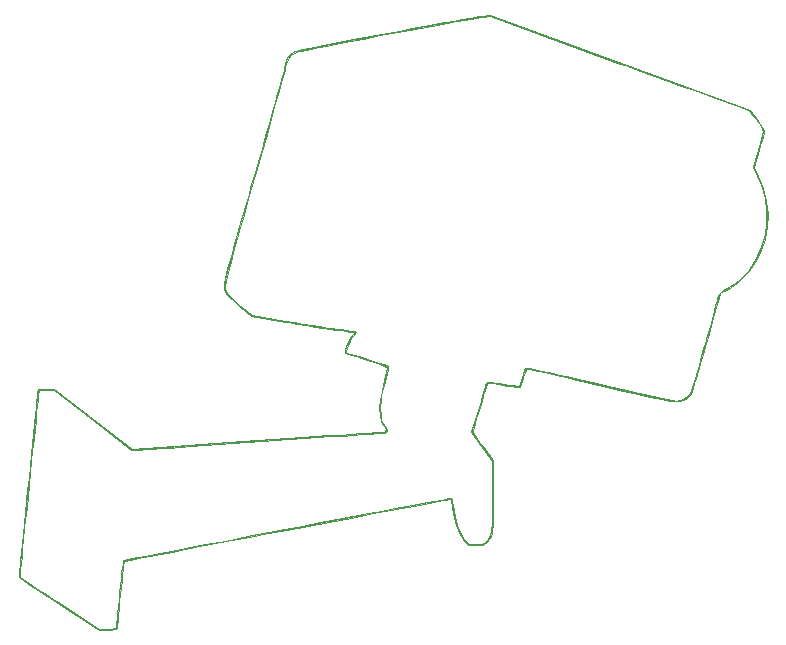
<source format=gbr>
G04 #@! TF.FileFunction,Profile,NP*
%FSLAX46Y46*%
G04 Gerber Fmt 4.6, Leading zero omitted, Abs format (unit mm)*
G04 Created by KiCad (PCBNEW 4.0.2+dfsg1-stable) date Wed 11 Jul 2018 10:01:05 PM CDT*
%MOMM*%
G01*
G04 APERTURE LIST*
%ADD10C,0.100000*%
%ADD11C,0.010000*%
G04 APERTURE END LIST*
D10*
D11*
G36*
X144488567Y-93746710D02*
X145074837Y-94555746D01*
X145325371Y-94918442D01*
X145513234Y-95224832D01*
X145622426Y-95447208D01*
X145643303Y-95540224D01*
X145615027Y-95676560D01*
X145547715Y-95945306D01*
X145449362Y-96316198D01*
X145327963Y-96758975D01*
X145216677Y-97155000D01*
X144807853Y-98594333D01*
X145174472Y-99356333D01*
X145588782Y-100398680D01*
X145847992Y-101466369D01*
X145954723Y-102542739D01*
X145911597Y-103611133D01*
X145721236Y-104654890D01*
X145386260Y-105657351D01*
X144909291Y-106601858D01*
X144292949Y-107471749D01*
X143815599Y-107992467D01*
X143320842Y-108444137D01*
X142866964Y-108776461D01*
X142536333Y-108962064D01*
X142254004Y-109101469D01*
X142037967Y-109208600D01*
X141926610Y-109264408D01*
X141919831Y-109267987D01*
X141893390Y-109349819D01*
X141826480Y-109579504D01*
X141723429Y-109941596D01*
X141588568Y-110420646D01*
X141426224Y-111001208D01*
X141240728Y-111667835D01*
X141036407Y-112405080D01*
X140817592Y-113197495D01*
X140759770Y-113407349D01*
X140491366Y-114379565D01*
X140262047Y-115202102D01*
X140066740Y-115888755D01*
X139900371Y-116453321D01*
X139757870Y-116909594D01*
X139634162Y-117271370D01*
X139524175Y-117552445D01*
X139422837Y-117766614D01*
X139325074Y-117927672D01*
X139225815Y-118049416D01*
X139119987Y-118145641D01*
X139002516Y-118230141D01*
X138981253Y-118244182D01*
X138781217Y-118328227D01*
X138494595Y-118396268D01*
X138330724Y-118418763D01*
X138207841Y-118424964D01*
X138056597Y-118420279D01*
X137866610Y-118402519D01*
X137627498Y-118369490D01*
X137328880Y-118319002D01*
X136960374Y-118248864D01*
X136511598Y-118156882D01*
X135972171Y-118040866D01*
X135331711Y-117898625D01*
X134579837Y-117727966D01*
X133706167Y-117526698D01*
X132700319Y-117292630D01*
X131551912Y-117023570D01*
X130250563Y-116717325D01*
X130075905Y-116676152D01*
X129243504Y-116480432D01*
X128459006Y-116297020D01*
X127738204Y-116129536D01*
X127096892Y-115981601D01*
X126550861Y-115856834D01*
X126115904Y-115758855D01*
X125807816Y-115691285D01*
X125642387Y-115657744D01*
X125619717Y-115654666D01*
X125525692Y-115737822D01*
X125407763Y-115985096D01*
X125267496Y-116393200D01*
X125266784Y-116395500D01*
X125159455Y-116729018D01*
X125064593Y-116999685D01*
X124996633Y-117167343D01*
X124977888Y-117199350D01*
X124878136Y-117207723D01*
X124641171Y-117190108D01*
X124296564Y-117149793D01*
X123873887Y-117090068D01*
X123581435Y-117044053D01*
X123127671Y-116971884D01*
X122736464Y-116913351D01*
X122436510Y-116872451D01*
X122256503Y-116853183D01*
X122217511Y-116854036D01*
X122183104Y-116943451D01*
X122109474Y-117168546D01*
X122004680Y-117502401D01*
X121876779Y-117918098D01*
X121733830Y-118388717D01*
X121583889Y-118887339D01*
X121435015Y-119387045D01*
X121295266Y-119860917D01*
X121172699Y-120282034D01*
X121075372Y-120623478D01*
X121011344Y-120858330D01*
X120988666Y-120959296D01*
X121035671Y-121060946D01*
X121165879Y-121274776D01*
X121363081Y-121575890D01*
X121611066Y-121939387D01*
X121826444Y-122246156D01*
X122664222Y-123425300D01*
X122691830Y-126249817D01*
X122698317Y-127121117D01*
X122697648Y-127841306D01*
X122687563Y-128428533D01*
X122665806Y-128900950D01*
X122630119Y-129276707D01*
X122578246Y-129573956D01*
X122507928Y-129810846D01*
X122416908Y-130005528D01*
X122302929Y-130176153D01*
X122186117Y-130316041D01*
X122050408Y-130453436D01*
X121914741Y-130534892D01*
X121727908Y-130577353D01*
X121438702Y-130597764D01*
X121321214Y-130602230D01*
X120899550Y-130599297D01*
X120616566Y-130553344D01*
X120496525Y-130500035D01*
X120227769Y-130245733D01*
X119969474Y-129838557D01*
X119728433Y-129294927D01*
X119511436Y-128631264D01*
X119325276Y-127863987D01*
X119255010Y-127498496D01*
X119110204Y-126684659D01*
X118461935Y-126806777D01*
X116460578Y-127183943D01*
X114487931Y-127556015D01*
X112550767Y-127921701D01*
X110655861Y-128279713D01*
X108809986Y-128628761D01*
X107019918Y-128967557D01*
X105292429Y-129294810D01*
X103634294Y-129609233D01*
X102052287Y-129909534D01*
X100553181Y-130194426D01*
X99143752Y-130462618D01*
X97830772Y-130712822D01*
X96621017Y-130943748D01*
X95521259Y-131154107D01*
X94538274Y-131342610D01*
X93678834Y-131507967D01*
X92949715Y-131648890D01*
X92357689Y-131764088D01*
X91909532Y-131852272D01*
X91612017Y-131912154D01*
X91471918Y-131942444D01*
X91461392Y-131945718D01*
X91445394Y-132033891D01*
X91414920Y-132266705D01*
X91372524Y-132620327D01*
X91320764Y-133070923D01*
X91262195Y-133594661D01*
X91199372Y-134167706D01*
X91134851Y-134766226D01*
X91071189Y-135366387D01*
X91010940Y-135944355D01*
X90956661Y-136476297D01*
X90910907Y-136938380D01*
X90876234Y-137306771D01*
X90855198Y-137557636D01*
X90850037Y-137646833D01*
X90792831Y-137702079D01*
X90612227Y-137735999D01*
X90289633Y-137751218D01*
X90100316Y-137752666D01*
X89353300Y-137752666D01*
X85951650Y-135583263D01*
X85164272Y-135080569D01*
X84508153Y-134659941D01*
X83971416Y-134312967D01*
X83542184Y-134031237D01*
X83208580Y-133806339D01*
X82958727Y-133629862D01*
X82780749Y-133493397D01*
X82662768Y-133388530D01*
X82592908Y-133306853D01*
X82559292Y-133239952D01*
X82550043Y-133179418D01*
X82550000Y-133174266D01*
X82550401Y-133168979D01*
X82638938Y-133168979D01*
X82651148Y-133228358D01*
X82693496Y-133298250D01*
X82777818Y-133386957D01*
X82915955Y-133502778D01*
X83119744Y-133654016D01*
X83401023Y-133848970D01*
X83771632Y-134095942D01*
X84243408Y-134403233D01*
X84828190Y-134779142D01*
X85537817Y-135231972D01*
X86004438Y-135528787D01*
X89365666Y-137665241D01*
X90064166Y-137666620D01*
X90384179Y-137664885D01*
X90627164Y-137659063D01*
X90753628Y-137650270D01*
X90763065Y-137646833D01*
X90772417Y-137521487D01*
X90796998Y-137257488D01*
X90834317Y-136878433D01*
X90881883Y-136407923D01*
X90937207Y-135869555D01*
X90997798Y-135286930D01*
X91061164Y-134683646D01*
X91124816Y-134083303D01*
X91186263Y-133509499D01*
X91243014Y-132985834D01*
X91292579Y-132535906D01*
X91332467Y-132183315D01*
X91360188Y-131951661D01*
X91373250Y-131864541D01*
X91373316Y-131864460D01*
X91458500Y-131845619D01*
X91701382Y-131797066D01*
X92093261Y-131720462D01*
X92625433Y-131617468D01*
X93289196Y-131489742D01*
X94075847Y-131338947D01*
X94976683Y-131166742D01*
X95983002Y-130974786D01*
X97086100Y-130764741D01*
X98277274Y-130538266D01*
X99547823Y-130297022D01*
X100889042Y-130042669D01*
X102292230Y-129776868D01*
X103748683Y-129501277D01*
X105117004Y-129242627D01*
X106617079Y-128959150D01*
X108073410Y-128683823D01*
X109477168Y-128418320D01*
X110819528Y-128164314D01*
X112091663Y-127923481D01*
X113284745Y-127697493D01*
X114389949Y-127488026D01*
X115398447Y-127296752D01*
X116301412Y-127125347D01*
X117090019Y-126975484D01*
X117755440Y-126848837D01*
X118288848Y-126747080D01*
X118681416Y-126671887D01*
X118924319Y-126624932D01*
X119007579Y-126608223D01*
X119098810Y-126600353D01*
X119162339Y-126651609D01*
X119212688Y-126793485D01*
X119264376Y-127057475D01*
X119292069Y-127225298D01*
X119464719Y-128119862D01*
X119672445Y-128890144D01*
X119911027Y-129524448D01*
X120176243Y-130011079D01*
X120392588Y-130274537D01*
X120551328Y-130417623D01*
X120692880Y-130495325D01*
X120874632Y-130523908D01*
X121153970Y-130519640D01*
X121242679Y-130515497D01*
X121644511Y-130481627D01*
X121919600Y-130411775D01*
X122109990Y-130283605D01*
X122257720Y-130074780D01*
X122325392Y-129940254D01*
X122416143Y-129725817D01*
X122488714Y-129496152D01*
X122544596Y-129231342D01*
X122585283Y-128911473D01*
X122612264Y-128516630D01*
X122627032Y-128026898D01*
X122631079Y-127422362D01*
X122625896Y-126683106D01*
X122617119Y-126045500D01*
X122576395Y-123440001D01*
X121712319Y-122231860D01*
X120848243Y-121023718D01*
X121475029Y-118953025D01*
X121647907Y-118387799D01*
X121807908Y-117875823D01*
X121947725Y-117439598D01*
X122060050Y-117101620D01*
X122137575Y-116884390D01*
X122170592Y-116811549D01*
X122269196Y-116803149D01*
X122500185Y-116817868D01*
X122828879Y-116851201D01*
X123220597Y-116898642D01*
X123640658Y-116955689D01*
X124054383Y-117017834D01*
X124427092Y-117080574D01*
X124724103Y-117139403D01*
X124762760Y-117148264D01*
X124851051Y-117151229D01*
X124924351Y-117093596D01*
X124998841Y-116947005D01*
X125090701Y-116683095D01*
X125164930Y-116443312D01*
X125271547Y-116104124D01*
X125366583Y-115823665D01*
X125435504Y-115643907D01*
X125454836Y-115606013D01*
X125546546Y-115599985D01*
X125787524Y-115633408D01*
X126180117Y-115706776D01*
X126726670Y-115820579D01*
X127429530Y-115975312D01*
X128291044Y-116171466D01*
X129313556Y-116409535D01*
X129582333Y-116472764D01*
X131078397Y-116824370D01*
X132415361Y-117136502D01*
X133598507Y-117410327D01*
X134633119Y-117647010D01*
X135524480Y-117847717D01*
X136277875Y-118013613D01*
X136898586Y-118145865D01*
X137391896Y-118245637D01*
X137763091Y-118314097D01*
X138017452Y-118352408D01*
X138145781Y-118362140D01*
X138593715Y-118289216D01*
X139002601Y-118093972D01*
X139319765Y-117804011D01*
X139382096Y-117714266D01*
X139455106Y-117548860D01*
X139566870Y-117229565D01*
X139714314Y-116766578D01*
X139894363Y-116170095D01*
X140103944Y-115450315D01*
X140339982Y-114617433D01*
X140599404Y-113681647D01*
X140615586Y-113622666D01*
X140829691Y-112841938D01*
X141032627Y-112102075D01*
X141219463Y-111421035D01*
X141385272Y-110816777D01*
X141525125Y-110307259D01*
X141634094Y-109910441D01*
X141707251Y-109644282D01*
X141737021Y-109536261D01*
X141804357Y-109354390D01*
X141913241Y-109217702D01*
X142104377Y-109088345D01*
X142360258Y-108956692D01*
X143120075Y-108511245D01*
X143787471Y-107955931D01*
X144373214Y-107278028D01*
X144888069Y-106464814D01*
X145342804Y-105503570D01*
X145397829Y-105367666D01*
X145703140Y-104375619D01*
X145855456Y-103334203D01*
X145855843Y-102264328D01*
X145705366Y-101186902D01*
X145405091Y-100122836D01*
X145091943Y-99366578D01*
X144724137Y-98590133D01*
X145131363Y-97152899D01*
X145265216Y-96674565D01*
X145382612Y-96243819D01*
X145475581Y-95890804D01*
X145536156Y-95645663D01*
X145556061Y-95546333D01*
X145512956Y-95395872D01*
X145381426Y-95154701D01*
X145187130Y-94857244D01*
X144955730Y-94537923D01*
X144712884Y-94231163D01*
X144484253Y-93971387D01*
X144295497Y-93793017D01*
X144207790Y-93737608D01*
X144101346Y-93697907D01*
X143845159Y-93603873D01*
X143448661Y-93458940D01*
X142921285Y-93266540D01*
X142272464Y-93030105D01*
X141511631Y-92753067D01*
X140648219Y-92438858D01*
X139691660Y-92090912D01*
X138651388Y-91712660D01*
X137536835Y-91307535D01*
X136357433Y-90878968D01*
X135122616Y-90430393D01*
X133841817Y-89965242D01*
X133223000Y-89740549D01*
X122470333Y-85836504D01*
X121793000Y-85881628D01*
X121622120Y-85903206D01*
X121300004Y-85954042D01*
X120841685Y-86031327D01*
X120262196Y-86132252D01*
X119576569Y-86254007D01*
X118799839Y-86393783D01*
X117947038Y-86548772D01*
X117033199Y-86716163D01*
X116073355Y-86893149D01*
X115082540Y-87076919D01*
X114075786Y-87264664D01*
X113068126Y-87453575D01*
X112074594Y-87640844D01*
X111110222Y-87823660D01*
X110190043Y-87999215D01*
X109329092Y-88164700D01*
X108542400Y-88317304D01*
X107845000Y-88454220D01*
X107251927Y-88572637D01*
X106778212Y-88669748D01*
X106438889Y-88742741D01*
X106278509Y-88780782D01*
X105865550Y-88925446D01*
X105562894Y-89131196D01*
X105344764Y-89428166D01*
X105185383Y-89846490D01*
X105112402Y-90143969D01*
X105069535Y-90316419D01*
X104983140Y-90639736D01*
X104856552Y-91102065D01*
X104693109Y-91691553D01*
X104496146Y-92396348D01*
X104269000Y-93204597D01*
X104015009Y-94104447D01*
X103737509Y-95084044D01*
X103439836Y-96131536D01*
X103125328Y-97235070D01*
X102797321Y-98382792D01*
X102554821Y-99229333D01*
X102220075Y-100399643D01*
X101897473Y-101533128D01*
X101590266Y-102618063D01*
X101301702Y-103642721D01*
X101035032Y-104595374D01*
X100793505Y-105464296D01*
X100580373Y-106237761D01*
X100398884Y-106904042D01*
X100252289Y-107451413D01*
X100143838Y-107868146D01*
X100076781Y-108142516D01*
X100055811Y-108246333D01*
X100016104Y-108613030D01*
X100022002Y-108871233D01*
X100075553Y-109076084D01*
X100087701Y-109105341D01*
X100198172Y-109263340D01*
X100420754Y-109504479D01*
X100734215Y-109807525D01*
X101117323Y-110151248D01*
X101234836Y-110252446D01*
X102266672Y-111133211D01*
X105087169Y-111614289D01*
X105837077Y-111740138D01*
X106603971Y-111865113D01*
X107353664Y-111983908D01*
X108051971Y-112091215D01*
X108664705Y-112181729D01*
X109157681Y-112250141D01*
X109304666Y-112269011D01*
X109786380Y-112329955D01*
X110220816Y-112386909D01*
X110574986Y-112435394D01*
X110815903Y-112470932D01*
X110897035Y-112485162D01*
X111092404Y-112527670D01*
X110829145Y-112860062D01*
X110695588Y-113064941D01*
X110553937Y-113338595D01*
X110421636Y-113638085D01*
X110316125Y-113920474D01*
X110254847Y-114142824D01*
X110255245Y-114262198D01*
X110258149Y-114265705D01*
X110347663Y-114301558D01*
X110575142Y-114378898D01*
X110916541Y-114489949D01*
X111347819Y-114626931D01*
X111844930Y-114782068D01*
X112051971Y-114845971D01*
X112568440Y-115006199D01*
X113028609Y-115151460D01*
X113408396Y-115273948D01*
X113683723Y-115365855D01*
X113830509Y-115419377D01*
X113847717Y-115428161D01*
X113843488Y-115521901D01*
X113799486Y-115743767D01*
X113723327Y-116059321D01*
X113635428Y-116388324D01*
X113462198Y-117030488D01*
X113336084Y-117551534D01*
X113250222Y-117990843D01*
X113197749Y-118387798D01*
X113171802Y-118781780D01*
X113165704Y-119083666D01*
X113185227Y-119602783D01*
X113257140Y-119989646D01*
X113390695Y-120275747D01*
X113574750Y-120476033D01*
X113674692Y-120627776D01*
X113708765Y-120819841D01*
X113677839Y-120989029D01*
X113582779Y-121072143D01*
X113566552Y-121073333D01*
X113465661Y-121079135D01*
X113206303Y-121096062D01*
X112798931Y-121123392D01*
X112253996Y-121160405D01*
X111581951Y-121206380D01*
X110793247Y-121260596D01*
X109898336Y-121322333D01*
X108907671Y-121390869D01*
X107831702Y-121465484D01*
X106680884Y-121545457D01*
X105465666Y-121630067D01*
X104196501Y-121718593D01*
X103173718Y-121790046D01*
X101863404Y-121881586D01*
X100594772Y-121970090D01*
X99378656Y-122054809D01*
X98225894Y-122134994D01*
X97147321Y-122209894D01*
X96153772Y-122278760D01*
X95256085Y-122340843D01*
X94465094Y-122395392D01*
X93791636Y-122441659D01*
X93246546Y-122478893D01*
X92840660Y-122506345D01*
X92584815Y-122523265D01*
X92498333Y-122528571D01*
X92075000Y-122550383D01*
X88798705Y-119991524D01*
X85522410Y-117432666D01*
X84253708Y-117432666D01*
X84204568Y-117792500D01*
X84183163Y-117970361D01*
X84147052Y-118295670D01*
X84097731Y-118753731D01*
X84036696Y-119329847D01*
X83965443Y-120009323D01*
X83885469Y-120777464D01*
X83798271Y-121619575D01*
X83705343Y-122520959D01*
X83608183Y-123466921D01*
X83508287Y-124442765D01*
X83407151Y-125433796D01*
X83306272Y-126425319D01*
X83207146Y-127402638D01*
X83111269Y-128351057D01*
X83020137Y-129255880D01*
X82935247Y-130102413D01*
X82858095Y-130875960D01*
X82790177Y-131561824D01*
X82732990Y-132145311D01*
X82688029Y-132611725D01*
X82656792Y-132946370D01*
X82640775Y-133134551D01*
X82638938Y-133168979D01*
X82550401Y-133168979D01*
X82558476Y-133062567D01*
X82582905Y-132797117D01*
X82621792Y-132392601D01*
X82673637Y-131863699D01*
X82736943Y-131225095D01*
X82810214Y-130491471D01*
X82891951Y-129677508D01*
X82980656Y-128797890D01*
X83074833Y-127867298D01*
X83172985Y-126900414D01*
X83273612Y-125911921D01*
X83375219Y-124916501D01*
X83476307Y-123928837D01*
X83575379Y-122963610D01*
X83670937Y-122035504D01*
X83761485Y-121159199D01*
X83845524Y-120349378D01*
X83921557Y-119620724D01*
X83988087Y-118987920D01*
X84043616Y-118465646D01*
X84086646Y-118068585D01*
X84115681Y-117811420D01*
X84123149Y-117750166D01*
X84174556Y-117348000D01*
X85555666Y-117351586D01*
X92159666Y-122484448D01*
X102700666Y-121739912D01*
X104024221Y-121646506D01*
X105302787Y-121556430D01*
X106525999Y-121470407D01*
X107683491Y-121389160D01*
X108764897Y-121313410D01*
X109759849Y-121243879D01*
X110657984Y-121181292D01*
X111448933Y-121126369D01*
X112122332Y-121079834D01*
X112667813Y-121042408D01*
X113075012Y-121014815D01*
X113333561Y-120997776D01*
X113432166Y-120992021D01*
X113587433Y-120937784D01*
X113609044Y-120788621D01*
X113497355Y-120553118D01*
X113408690Y-120427779D01*
X113207163Y-120061190D01*
X113091974Y-119596478D01*
X113063267Y-119023981D01*
X113121185Y-118334036D01*
X113265872Y-117516980D01*
X113464352Y-116687945D01*
X113566560Y-116292996D01*
X113652094Y-115952111D01*
X113711942Y-115701926D01*
X113737041Y-115579547D01*
X113677293Y-115515713D01*
X113482505Y-115421322D01*
X113145323Y-115293578D01*
X112658390Y-115129684D01*
X112046011Y-114936601D01*
X111530224Y-114777043D01*
X111064269Y-114632025D01*
X110674299Y-114509758D01*
X110386466Y-114418452D01*
X110226922Y-114366317D01*
X110208631Y-114359791D01*
X110142379Y-114315293D01*
X110126729Y-114225670D01*
X110164591Y-114052452D01*
X110252899Y-113775071D01*
X110389689Y-113434503D01*
X110558683Y-113107398D01*
X110682318Y-112920262D01*
X110822204Y-112729369D01*
X110898055Y-112601648D01*
X110902373Y-112574173D01*
X110812272Y-112556304D01*
X110581621Y-112521963D01*
X110237987Y-112474936D01*
X109808937Y-112419011D01*
X109389333Y-112366277D01*
X108928096Y-112304994D01*
X108335171Y-112219646D01*
X107645616Y-112115652D01*
X106894489Y-111998428D01*
X106116848Y-111873390D01*
X105347754Y-111745956D01*
X105071333Y-111699105D01*
X102235000Y-111215144D01*
X101121036Y-110262438D01*
X100679755Y-109880558D01*
X100354462Y-109578826D01*
X100130543Y-109329610D01*
X99993382Y-109105277D01*
X99928365Y-108878195D01*
X99920879Y-108620730D01*
X99956307Y-108305250D01*
X99985749Y-108115864D01*
X100021243Y-107958846D01*
X100100536Y-107650958D01*
X100220334Y-107203982D01*
X100377339Y-106629701D01*
X100568255Y-105939896D01*
X100789786Y-105146350D01*
X101038634Y-104260845D01*
X101311504Y-103295162D01*
X101605099Y-102261084D01*
X101916123Y-101170393D01*
X102241279Y-100034872D01*
X102448384Y-99314000D01*
X102782233Y-98151728D01*
X103105300Y-97023681D01*
X103414162Y-95941987D01*
X103705397Y-94918779D01*
X103975583Y-93966186D01*
X104221297Y-93096341D01*
X104439118Y-92321373D01*
X104625624Y-91653415D01*
X104777393Y-91104595D01*
X104891002Y-90687046D01*
X104963029Y-90412899D01*
X104984607Y-90323454D01*
X105117824Y-89787663D01*
X105259856Y-89393189D01*
X105430004Y-89112339D01*
X105647571Y-88917422D01*
X105931861Y-88780745D01*
X106096754Y-88727964D01*
X106273701Y-88685640D01*
X106600660Y-88616151D01*
X107062773Y-88522274D01*
X107645181Y-88406785D01*
X108333023Y-88272462D01*
X109111440Y-88122081D01*
X109965574Y-87958420D01*
X110880563Y-87784256D01*
X111841549Y-87602365D01*
X112833672Y-87415525D01*
X113842072Y-87226512D01*
X114851891Y-87038104D01*
X115848269Y-86853078D01*
X116816345Y-86674210D01*
X117741261Y-86504277D01*
X118608157Y-86346058D01*
X119402174Y-86202327D01*
X120108452Y-86075864D01*
X120712131Y-85969444D01*
X121198353Y-85885844D01*
X121552256Y-85827842D01*
X121758983Y-85798215D01*
X121788993Y-85795346D01*
X122470333Y-85749358D01*
X144488567Y-93746710D01*
X144488567Y-93746710D01*
G37*
X144488567Y-93746710D02*
X145074837Y-94555746D01*
X145325371Y-94918442D01*
X145513234Y-95224832D01*
X145622426Y-95447208D01*
X145643303Y-95540224D01*
X145615027Y-95676560D01*
X145547715Y-95945306D01*
X145449362Y-96316198D01*
X145327963Y-96758975D01*
X145216677Y-97155000D01*
X144807853Y-98594333D01*
X145174472Y-99356333D01*
X145588782Y-100398680D01*
X145847992Y-101466369D01*
X145954723Y-102542739D01*
X145911597Y-103611133D01*
X145721236Y-104654890D01*
X145386260Y-105657351D01*
X144909291Y-106601858D01*
X144292949Y-107471749D01*
X143815599Y-107992467D01*
X143320842Y-108444137D01*
X142866964Y-108776461D01*
X142536333Y-108962064D01*
X142254004Y-109101469D01*
X142037967Y-109208600D01*
X141926610Y-109264408D01*
X141919831Y-109267987D01*
X141893390Y-109349819D01*
X141826480Y-109579504D01*
X141723429Y-109941596D01*
X141588568Y-110420646D01*
X141426224Y-111001208D01*
X141240728Y-111667835D01*
X141036407Y-112405080D01*
X140817592Y-113197495D01*
X140759770Y-113407349D01*
X140491366Y-114379565D01*
X140262047Y-115202102D01*
X140066740Y-115888755D01*
X139900371Y-116453321D01*
X139757870Y-116909594D01*
X139634162Y-117271370D01*
X139524175Y-117552445D01*
X139422837Y-117766614D01*
X139325074Y-117927672D01*
X139225815Y-118049416D01*
X139119987Y-118145641D01*
X139002516Y-118230141D01*
X138981253Y-118244182D01*
X138781217Y-118328227D01*
X138494595Y-118396268D01*
X138330724Y-118418763D01*
X138207841Y-118424964D01*
X138056597Y-118420279D01*
X137866610Y-118402519D01*
X137627498Y-118369490D01*
X137328880Y-118319002D01*
X136960374Y-118248864D01*
X136511598Y-118156882D01*
X135972171Y-118040866D01*
X135331711Y-117898625D01*
X134579837Y-117727966D01*
X133706167Y-117526698D01*
X132700319Y-117292630D01*
X131551912Y-117023570D01*
X130250563Y-116717325D01*
X130075905Y-116676152D01*
X129243504Y-116480432D01*
X128459006Y-116297020D01*
X127738204Y-116129536D01*
X127096892Y-115981601D01*
X126550861Y-115856834D01*
X126115904Y-115758855D01*
X125807816Y-115691285D01*
X125642387Y-115657744D01*
X125619717Y-115654666D01*
X125525692Y-115737822D01*
X125407763Y-115985096D01*
X125267496Y-116393200D01*
X125266784Y-116395500D01*
X125159455Y-116729018D01*
X125064593Y-116999685D01*
X124996633Y-117167343D01*
X124977888Y-117199350D01*
X124878136Y-117207723D01*
X124641171Y-117190108D01*
X124296564Y-117149793D01*
X123873887Y-117090068D01*
X123581435Y-117044053D01*
X123127671Y-116971884D01*
X122736464Y-116913351D01*
X122436510Y-116872451D01*
X122256503Y-116853183D01*
X122217511Y-116854036D01*
X122183104Y-116943451D01*
X122109474Y-117168546D01*
X122004680Y-117502401D01*
X121876779Y-117918098D01*
X121733830Y-118388717D01*
X121583889Y-118887339D01*
X121435015Y-119387045D01*
X121295266Y-119860917D01*
X121172699Y-120282034D01*
X121075372Y-120623478D01*
X121011344Y-120858330D01*
X120988666Y-120959296D01*
X121035671Y-121060946D01*
X121165879Y-121274776D01*
X121363081Y-121575890D01*
X121611066Y-121939387D01*
X121826444Y-122246156D01*
X122664222Y-123425300D01*
X122691830Y-126249817D01*
X122698317Y-127121117D01*
X122697648Y-127841306D01*
X122687563Y-128428533D01*
X122665806Y-128900950D01*
X122630119Y-129276707D01*
X122578246Y-129573956D01*
X122507928Y-129810846D01*
X122416908Y-130005528D01*
X122302929Y-130176153D01*
X122186117Y-130316041D01*
X122050408Y-130453436D01*
X121914741Y-130534892D01*
X121727908Y-130577353D01*
X121438702Y-130597764D01*
X121321214Y-130602230D01*
X120899550Y-130599297D01*
X120616566Y-130553344D01*
X120496525Y-130500035D01*
X120227769Y-130245733D01*
X119969474Y-129838557D01*
X119728433Y-129294927D01*
X119511436Y-128631264D01*
X119325276Y-127863987D01*
X119255010Y-127498496D01*
X119110204Y-126684659D01*
X118461935Y-126806777D01*
X116460578Y-127183943D01*
X114487931Y-127556015D01*
X112550767Y-127921701D01*
X110655861Y-128279713D01*
X108809986Y-128628761D01*
X107019918Y-128967557D01*
X105292429Y-129294810D01*
X103634294Y-129609233D01*
X102052287Y-129909534D01*
X100553181Y-130194426D01*
X99143752Y-130462618D01*
X97830772Y-130712822D01*
X96621017Y-130943748D01*
X95521259Y-131154107D01*
X94538274Y-131342610D01*
X93678834Y-131507967D01*
X92949715Y-131648890D01*
X92357689Y-131764088D01*
X91909532Y-131852272D01*
X91612017Y-131912154D01*
X91471918Y-131942444D01*
X91461392Y-131945718D01*
X91445394Y-132033891D01*
X91414920Y-132266705D01*
X91372524Y-132620327D01*
X91320764Y-133070923D01*
X91262195Y-133594661D01*
X91199372Y-134167706D01*
X91134851Y-134766226D01*
X91071189Y-135366387D01*
X91010940Y-135944355D01*
X90956661Y-136476297D01*
X90910907Y-136938380D01*
X90876234Y-137306771D01*
X90855198Y-137557636D01*
X90850037Y-137646833D01*
X90792831Y-137702079D01*
X90612227Y-137735999D01*
X90289633Y-137751218D01*
X90100316Y-137752666D01*
X89353300Y-137752666D01*
X85951650Y-135583263D01*
X85164272Y-135080569D01*
X84508153Y-134659941D01*
X83971416Y-134312967D01*
X83542184Y-134031237D01*
X83208580Y-133806339D01*
X82958727Y-133629862D01*
X82780749Y-133493397D01*
X82662768Y-133388530D01*
X82592908Y-133306853D01*
X82559292Y-133239952D01*
X82550043Y-133179418D01*
X82550000Y-133174266D01*
X82550401Y-133168979D01*
X82638938Y-133168979D01*
X82651148Y-133228358D01*
X82693496Y-133298250D01*
X82777818Y-133386957D01*
X82915955Y-133502778D01*
X83119744Y-133654016D01*
X83401023Y-133848970D01*
X83771632Y-134095942D01*
X84243408Y-134403233D01*
X84828190Y-134779142D01*
X85537817Y-135231972D01*
X86004438Y-135528787D01*
X89365666Y-137665241D01*
X90064166Y-137666620D01*
X90384179Y-137664885D01*
X90627164Y-137659063D01*
X90753628Y-137650270D01*
X90763065Y-137646833D01*
X90772417Y-137521487D01*
X90796998Y-137257488D01*
X90834317Y-136878433D01*
X90881883Y-136407923D01*
X90937207Y-135869555D01*
X90997798Y-135286930D01*
X91061164Y-134683646D01*
X91124816Y-134083303D01*
X91186263Y-133509499D01*
X91243014Y-132985834D01*
X91292579Y-132535906D01*
X91332467Y-132183315D01*
X91360188Y-131951661D01*
X91373250Y-131864541D01*
X91373316Y-131864460D01*
X91458500Y-131845619D01*
X91701382Y-131797066D01*
X92093261Y-131720462D01*
X92625433Y-131617468D01*
X93289196Y-131489742D01*
X94075847Y-131338947D01*
X94976683Y-131166742D01*
X95983002Y-130974786D01*
X97086100Y-130764741D01*
X98277274Y-130538266D01*
X99547823Y-130297022D01*
X100889042Y-130042669D01*
X102292230Y-129776868D01*
X103748683Y-129501277D01*
X105117004Y-129242627D01*
X106617079Y-128959150D01*
X108073410Y-128683823D01*
X109477168Y-128418320D01*
X110819528Y-128164314D01*
X112091663Y-127923481D01*
X113284745Y-127697493D01*
X114389949Y-127488026D01*
X115398447Y-127296752D01*
X116301412Y-127125347D01*
X117090019Y-126975484D01*
X117755440Y-126848837D01*
X118288848Y-126747080D01*
X118681416Y-126671887D01*
X118924319Y-126624932D01*
X119007579Y-126608223D01*
X119098810Y-126600353D01*
X119162339Y-126651609D01*
X119212688Y-126793485D01*
X119264376Y-127057475D01*
X119292069Y-127225298D01*
X119464719Y-128119862D01*
X119672445Y-128890144D01*
X119911027Y-129524448D01*
X120176243Y-130011079D01*
X120392588Y-130274537D01*
X120551328Y-130417623D01*
X120692880Y-130495325D01*
X120874632Y-130523908D01*
X121153970Y-130519640D01*
X121242679Y-130515497D01*
X121644511Y-130481627D01*
X121919600Y-130411775D01*
X122109990Y-130283605D01*
X122257720Y-130074780D01*
X122325392Y-129940254D01*
X122416143Y-129725817D01*
X122488714Y-129496152D01*
X122544596Y-129231342D01*
X122585283Y-128911473D01*
X122612264Y-128516630D01*
X122627032Y-128026898D01*
X122631079Y-127422362D01*
X122625896Y-126683106D01*
X122617119Y-126045500D01*
X122576395Y-123440001D01*
X121712319Y-122231860D01*
X120848243Y-121023718D01*
X121475029Y-118953025D01*
X121647907Y-118387799D01*
X121807908Y-117875823D01*
X121947725Y-117439598D01*
X122060050Y-117101620D01*
X122137575Y-116884390D01*
X122170592Y-116811549D01*
X122269196Y-116803149D01*
X122500185Y-116817868D01*
X122828879Y-116851201D01*
X123220597Y-116898642D01*
X123640658Y-116955689D01*
X124054383Y-117017834D01*
X124427092Y-117080574D01*
X124724103Y-117139403D01*
X124762760Y-117148264D01*
X124851051Y-117151229D01*
X124924351Y-117093596D01*
X124998841Y-116947005D01*
X125090701Y-116683095D01*
X125164930Y-116443312D01*
X125271547Y-116104124D01*
X125366583Y-115823665D01*
X125435504Y-115643907D01*
X125454836Y-115606013D01*
X125546546Y-115599985D01*
X125787524Y-115633408D01*
X126180117Y-115706776D01*
X126726670Y-115820579D01*
X127429530Y-115975312D01*
X128291044Y-116171466D01*
X129313556Y-116409535D01*
X129582333Y-116472764D01*
X131078397Y-116824370D01*
X132415361Y-117136502D01*
X133598507Y-117410327D01*
X134633119Y-117647010D01*
X135524480Y-117847717D01*
X136277875Y-118013613D01*
X136898586Y-118145865D01*
X137391896Y-118245637D01*
X137763091Y-118314097D01*
X138017452Y-118352408D01*
X138145781Y-118362140D01*
X138593715Y-118289216D01*
X139002601Y-118093972D01*
X139319765Y-117804011D01*
X139382096Y-117714266D01*
X139455106Y-117548860D01*
X139566870Y-117229565D01*
X139714314Y-116766578D01*
X139894363Y-116170095D01*
X140103944Y-115450315D01*
X140339982Y-114617433D01*
X140599404Y-113681647D01*
X140615586Y-113622666D01*
X140829691Y-112841938D01*
X141032627Y-112102075D01*
X141219463Y-111421035D01*
X141385272Y-110816777D01*
X141525125Y-110307259D01*
X141634094Y-109910441D01*
X141707251Y-109644282D01*
X141737021Y-109536261D01*
X141804357Y-109354390D01*
X141913241Y-109217702D01*
X142104377Y-109088345D01*
X142360258Y-108956692D01*
X143120075Y-108511245D01*
X143787471Y-107955931D01*
X144373214Y-107278028D01*
X144888069Y-106464814D01*
X145342804Y-105503570D01*
X145397829Y-105367666D01*
X145703140Y-104375619D01*
X145855456Y-103334203D01*
X145855843Y-102264328D01*
X145705366Y-101186902D01*
X145405091Y-100122836D01*
X145091943Y-99366578D01*
X144724137Y-98590133D01*
X145131363Y-97152899D01*
X145265216Y-96674565D01*
X145382612Y-96243819D01*
X145475581Y-95890804D01*
X145536156Y-95645663D01*
X145556061Y-95546333D01*
X145512956Y-95395872D01*
X145381426Y-95154701D01*
X145187130Y-94857244D01*
X144955730Y-94537923D01*
X144712884Y-94231163D01*
X144484253Y-93971387D01*
X144295497Y-93793017D01*
X144207790Y-93737608D01*
X144101346Y-93697907D01*
X143845159Y-93603873D01*
X143448661Y-93458940D01*
X142921285Y-93266540D01*
X142272464Y-93030105D01*
X141511631Y-92753067D01*
X140648219Y-92438858D01*
X139691660Y-92090912D01*
X138651388Y-91712660D01*
X137536835Y-91307535D01*
X136357433Y-90878968D01*
X135122616Y-90430393D01*
X133841817Y-89965242D01*
X133223000Y-89740549D01*
X122470333Y-85836504D01*
X121793000Y-85881628D01*
X121622120Y-85903206D01*
X121300004Y-85954042D01*
X120841685Y-86031327D01*
X120262196Y-86132252D01*
X119576569Y-86254007D01*
X118799839Y-86393783D01*
X117947038Y-86548772D01*
X117033199Y-86716163D01*
X116073355Y-86893149D01*
X115082540Y-87076919D01*
X114075786Y-87264664D01*
X113068126Y-87453575D01*
X112074594Y-87640844D01*
X111110222Y-87823660D01*
X110190043Y-87999215D01*
X109329092Y-88164700D01*
X108542400Y-88317304D01*
X107845000Y-88454220D01*
X107251927Y-88572637D01*
X106778212Y-88669748D01*
X106438889Y-88742741D01*
X106278509Y-88780782D01*
X105865550Y-88925446D01*
X105562894Y-89131196D01*
X105344764Y-89428166D01*
X105185383Y-89846490D01*
X105112402Y-90143969D01*
X105069535Y-90316419D01*
X104983140Y-90639736D01*
X104856552Y-91102065D01*
X104693109Y-91691553D01*
X104496146Y-92396348D01*
X104269000Y-93204597D01*
X104015009Y-94104447D01*
X103737509Y-95084044D01*
X103439836Y-96131536D01*
X103125328Y-97235070D01*
X102797321Y-98382792D01*
X102554821Y-99229333D01*
X102220075Y-100399643D01*
X101897473Y-101533128D01*
X101590266Y-102618063D01*
X101301702Y-103642721D01*
X101035032Y-104595374D01*
X100793505Y-105464296D01*
X100580373Y-106237761D01*
X100398884Y-106904042D01*
X100252289Y-107451413D01*
X100143838Y-107868146D01*
X100076781Y-108142516D01*
X100055811Y-108246333D01*
X100016104Y-108613030D01*
X100022002Y-108871233D01*
X100075553Y-109076084D01*
X100087701Y-109105341D01*
X100198172Y-109263340D01*
X100420754Y-109504479D01*
X100734215Y-109807525D01*
X101117323Y-110151248D01*
X101234836Y-110252446D01*
X102266672Y-111133211D01*
X105087169Y-111614289D01*
X105837077Y-111740138D01*
X106603971Y-111865113D01*
X107353664Y-111983908D01*
X108051971Y-112091215D01*
X108664705Y-112181729D01*
X109157681Y-112250141D01*
X109304666Y-112269011D01*
X109786380Y-112329955D01*
X110220816Y-112386909D01*
X110574986Y-112435394D01*
X110815903Y-112470932D01*
X110897035Y-112485162D01*
X111092404Y-112527670D01*
X110829145Y-112860062D01*
X110695588Y-113064941D01*
X110553937Y-113338595D01*
X110421636Y-113638085D01*
X110316125Y-113920474D01*
X110254847Y-114142824D01*
X110255245Y-114262198D01*
X110258149Y-114265705D01*
X110347663Y-114301558D01*
X110575142Y-114378898D01*
X110916541Y-114489949D01*
X111347819Y-114626931D01*
X111844930Y-114782068D01*
X112051971Y-114845971D01*
X112568440Y-115006199D01*
X113028609Y-115151460D01*
X113408396Y-115273948D01*
X113683723Y-115365855D01*
X113830509Y-115419377D01*
X113847717Y-115428161D01*
X113843488Y-115521901D01*
X113799486Y-115743767D01*
X113723327Y-116059321D01*
X113635428Y-116388324D01*
X113462198Y-117030488D01*
X113336084Y-117551534D01*
X113250222Y-117990843D01*
X113197749Y-118387798D01*
X113171802Y-118781780D01*
X113165704Y-119083666D01*
X113185227Y-119602783D01*
X113257140Y-119989646D01*
X113390695Y-120275747D01*
X113574750Y-120476033D01*
X113674692Y-120627776D01*
X113708765Y-120819841D01*
X113677839Y-120989029D01*
X113582779Y-121072143D01*
X113566552Y-121073333D01*
X113465661Y-121079135D01*
X113206303Y-121096062D01*
X112798931Y-121123392D01*
X112253996Y-121160405D01*
X111581951Y-121206380D01*
X110793247Y-121260596D01*
X109898336Y-121322333D01*
X108907671Y-121390869D01*
X107831702Y-121465484D01*
X106680884Y-121545457D01*
X105465666Y-121630067D01*
X104196501Y-121718593D01*
X103173718Y-121790046D01*
X101863404Y-121881586D01*
X100594772Y-121970090D01*
X99378656Y-122054809D01*
X98225894Y-122134994D01*
X97147321Y-122209894D01*
X96153772Y-122278760D01*
X95256085Y-122340843D01*
X94465094Y-122395392D01*
X93791636Y-122441659D01*
X93246546Y-122478893D01*
X92840660Y-122506345D01*
X92584815Y-122523265D01*
X92498333Y-122528571D01*
X92075000Y-122550383D01*
X88798705Y-119991524D01*
X85522410Y-117432666D01*
X84253708Y-117432666D01*
X84204568Y-117792500D01*
X84183163Y-117970361D01*
X84147052Y-118295670D01*
X84097731Y-118753731D01*
X84036696Y-119329847D01*
X83965443Y-120009323D01*
X83885469Y-120777464D01*
X83798271Y-121619575D01*
X83705343Y-122520959D01*
X83608183Y-123466921D01*
X83508287Y-124442765D01*
X83407151Y-125433796D01*
X83306272Y-126425319D01*
X83207146Y-127402638D01*
X83111269Y-128351057D01*
X83020137Y-129255880D01*
X82935247Y-130102413D01*
X82858095Y-130875960D01*
X82790177Y-131561824D01*
X82732990Y-132145311D01*
X82688029Y-132611725D01*
X82656792Y-132946370D01*
X82640775Y-133134551D01*
X82638938Y-133168979D01*
X82550401Y-133168979D01*
X82558476Y-133062567D01*
X82582905Y-132797117D01*
X82621792Y-132392601D01*
X82673637Y-131863699D01*
X82736943Y-131225095D01*
X82810214Y-130491471D01*
X82891951Y-129677508D01*
X82980656Y-128797890D01*
X83074833Y-127867298D01*
X83172985Y-126900414D01*
X83273612Y-125911921D01*
X83375219Y-124916501D01*
X83476307Y-123928837D01*
X83575379Y-122963610D01*
X83670937Y-122035504D01*
X83761485Y-121159199D01*
X83845524Y-120349378D01*
X83921557Y-119620724D01*
X83988087Y-118987920D01*
X84043616Y-118465646D01*
X84086646Y-118068585D01*
X84115681Y-117811420D01*
X84123149Y-117750166D01*
X84174556Y-117348000D01*
X85555666Y-117351586D01*
X92159666Y-122484448D01*
X102700666Y-121739912D01*
X104024221Y-121646506D01*
X105302787Y-121556430D01*
X106525999Y-121470407D01*
X107683491Y-121389160D01*
X108764897Y-121313410D01*
X109759849Y-121243879D01*
X110657984Y-121181292D01*
X111448933Y-121126369D01*
X112122332Y-121079834D01*
X112667813Y-121042408D01*
X113075012Y-121014815D01*
X113333561Y-120997776D01*
X113432166Y-120992021D01*
X113587433Y-120937784D01*
X113609044Y-120788621D01*
X113497355Y-120553118D01*
X113408690Y-120427779D01*
X113207163Y-120061190D01*
X113091974Y-119596478D01*
X113063267Y-119023981D01*
X113121185Y-118334036D01*
X113265872Y-117516980D01*
X113464352Y-116687945D01*
X113566560Y-116292996D01*
X113652094Y-115952111D01*
X113711942Y-115701926D01*
X113737041Y-115579547D01*
X113677293Y-115515713D01*
X113482505Y-115421322D01*
X113145323Y-115293578D01*
X112658390Y-115129684D01*
X112046011Y-114936601D01*
X111530224Y-114777043D01*
X111064269Y-114632025D01*
X110674299Y-114509758D01*
X110386466Y-114418452D01*
X110226922Y-114366317D01*
X110208631Y-114359791D01*
X110142379Y-114315293D01*
X110126729Y-114225670D01*
X110164591Y-114052452D01*
X110252899Y-113775071D01*
X110389689Y-113434503D01*
X110558683Y-113107398D01*
X110682318Y-112920262D01*
X110822204Y-112729369D01*
X110898055Y-112601648D01*
X110902373Y-112574173D01*
X110812272Y-112556304D01*
X110581621Y-112521963D01*
X110237987Y-112474936D01*
X109808937Y-112419011D01*
X109389333Y-112366277D01*
X108928096Y-112304994D01*
X108335171Y-112219646D01*
X107645616Y-112115652D01*
X106894489Y-111998428D01*
X106116848Y-111873390D01*
X105347754Y-111745956D01*
X105071333Y-111699105D01*
X102235000Y-111215144D01*
X101121036Y-110262438D01*
X100679755Y-109880558D01*
X100354462Y-109578826D01*
X100130543Y-109329610D01*
X99993382Y-109105277D01*
X99928365Y-108878195D01*
X99920879Y-108620730D01*
X99956307Y-108305250D01*
X99985749Y-108115864D01*
X100021243Y-107958846D01*
X100100536Y-107650958D01*
X100220334Y-107203982D01*
X100377339Y-106629701D01*
X100568255Y-105939896D01*
X100789786Y-105146350D01*
X101038634Y-104260845D01*
X101311504Y-103295162D01*
X101605099Y-102261084D01*
X101916123Y-101170393D01*
X102241279Y-100034872D01*
X102448384Y-99314000D01*
X102782233Y-98151728D01*
X103105300Y-97023681D01*
X103414162Y-95941987D01*
X103705397Y-94918779D01*
X103975583Y-93966186D01*
X104221297Y-93096341D01*
X104439118Y-92321373D01*
X104625624Y-91653415D01*
X104777393Y-91104595D01*
X104891002Y-90687046D01*
X104963029Y-90412899D01*
X104984607Y-90323454D01*
X105117824Y-89787663D01*
X105259856Y-89393189D01*
X105430004Y-89112339D01*
X105647571Y-88917422D01*
X105931861Y-88780745D01*
X106096754Y-88727964D01*
X106273701Y-88685640D01*
X106600660Y-88616151D01*
X107062773Y-88522274D01*
X107645181Y-88406785D01*
X108333023Y-88272462D01*
X109111440Y-88122081D01*
X109965574Y-87958420D01*
X110880563Y-87784256D01*
X111841549Y-87602365D01*
X112833672Y-87415525D01*
X113842072Y-87226512D01*
X114851891Y-87038104D01*
X115848269Y-86853078D01*
X116816345Y-86674210D01*
X117741261Y-86504277D01*
X118608157Y-86346058D01*
X119402174Y-86202327D01*
X120108452Y-86075864D01*
X120712131Y-85969444D01*
X121198353Y-85885844D01*
X121552256Y-85827842D01*
X121758983Y-85798215D01*
X121788993Y-85795346D01*
X122470333Y-85749358D01*
X144488567Y-93746710D01*
M02*

</source>
